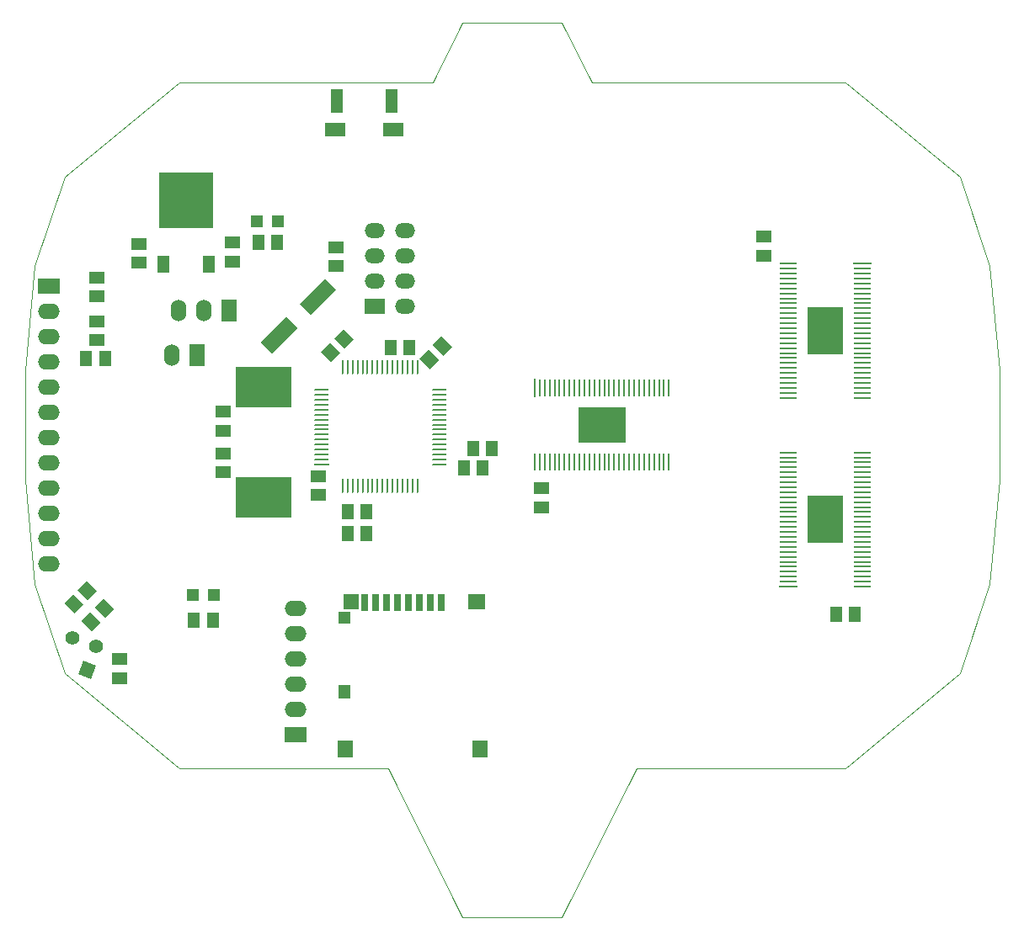
<source format=gbs>
G04 #@! TF.FileFunction,Soldermask,Bot*
%FSLAX46Y46*%
G04 Gerber Fmt 4.6, Leading zero omitted, Abs format (unit mm)*
G04 Created by KiCad (PCBNEW (after 2015-mar-04 BZR unknown)-product) date Wed May  6 18:15:44 2015*
%MOMM*%
G01*
G04 APERTURE LIST*
%ADD10C,0.100000*%
%ADD11C,1.397000*%
%ADD12R,2.199640X1.524000*%
%ADD13O,2.199640X1.524000*%
%ADD14R,1.825000X0.250000*%
%ADD15O,1.825000X0.250000*%
%ADD16R,3.610000X4.700000*%
%ADD17R,1.524000X0.248920*%
%ADD18O,1.524000X0.248920*%
%ADD19O,0.248920X1.524000*%
%ADD20R,0.800100X1.678940*%
%ADD21R,1.600200X1.501140*%
%ADD22R,1.699260X1.501140*%
%ADD23R,1.501140X1.699260*%
%ADD24R,1.290320X1.300480*%
%ADD25R,1.290320X1.399540*%
%ADD26R,1.300480X1.498600*%
%ADD27R,0.250000X1.825000*%
%ADD28O,0.250000X1.825000*%
%ADD29R,4.700000X3.610000*%
%ADD30R,1.498600X1.300480*%
%ADD31R,1.198880X1.198880*%
%ADD32R,1.524000X2.199640*%
%ADD33O,1.524000X2.199640*%
%ADD34R,1.998980X1.524000*%
%ADD35O,1.998980X1.524000*%
%ADD36R,1.998980X1.399540*%
%ADD37R,1.300480X2.451100*%
%ADD38R,1.300480X1.699260*%
%ADD39R,5.499100X5.699760*%
%ADD40R,5.600700X4.099560*%
G04 APERTURE END LIST*
D10*
X87500000Y-134500000D02*
X66500000Y-134500000D01*
X112500000Y-134500000D02*
X133500000Y-134500000D01*
X105000000Y-149500000D02*
X112500000Y-134500000D01*
X95000000Y-149500000D02*
X105000000Y-149500000D01*
X87500000Y-134500000D02*
X95000000Y-149500000D01*
X108000000Y-65500000D02*
X133500000Y-65500000D01*
X92000000Y-65500000D02*
X66500000Y-65500000D01*
X105000000Y-59500000D02*
X108000000Y-65500000D01*
X95000000Y-59500000D02*
X105000000Y-59500000D01*
X92000000Y-65500000D02*
X95000000Y-59500000D01*
X51000000Y-105500000D02*
X52000000Y-116000000D01*
X51000000Y-94500000D02*
X51000000Y-105500000D01*
X52000000Y-84000000D02*
X51000000Y-94500000D01*
X148000000Y-116000000D02*
X149000000Y-105500000D01*
X149000000Y-105500000D02*
X149000000Y-94500000D01*
X145000000Y-125000000D02*
X148000000Y-116000000D01*
X133500000Y-134500000D02*
X145000000Y-125000000D01*
X55000000Y-125000000D02*
X66500000Y-134500000D01*
X52000000Y-116000000D02*
X55000000Y-125000000D01*
X55000000Y-75000000D02*
X52000000Y-84000000D01*
X66500000Y-65500000D02*
X55000000Y-75000000D01*
X145000000Y-75000000D02*
X133500000Y-65500000D01*
X148000000Y-84000000D02*
X145000000Y-75000000D01*
X149000000Y-94500000D02*
X148000000Y-84000000D01*
G36*
X56841570Y-123732499D02*
X58154320Y-124210301D01*
X57676518Y-125523051D01*
X56363768Y-125045249D01*
X56841570Y-123732499D01*
X56841570Y-123732499D01*
G37*
D11*
X58127775Y-122240956D03*
X55740956Y-121372225D03*
D12*
X53400000Y-86030000D03*
D13*
X53400000Y-88570000D03*
X53400000Y-91110000D03*
X53400000Y-93650000D03*
X53400000Y-96190000D03*
X53400000Y-98730000D03*
X53400000Y-101270000D03*
X53400000Y-103810000D03*
X53400000Y-106350000D03*
X53400000Y-108890000D03*
X53400000Y-111430000D03*
X53400000Y-113970000D03*
D14*
X135237500Y-83750000D03*
D15*
X135237500Y-84250000D03*
X135237500Y-84750000D03*
X135237500Y-85250000D03*
X135237500Y-85750000D03*
X135237500Y-86250000D03*
X135237500Y-86750000D03*
X135237500Y-87250000D03*
X135237500Y-87750000D03*
X135237500Y-88250000D03*
X135237500Y-88750000D03*
X135237500Y-89250000D03*
X135237500Y-89750000D03*
X135237500Y-90250000D03*
X135237500Y-90750000D03*
X135237500Y-91250000D03*
X135237500Y-91750000D03*
X135237500Y-92250000D03*
X135237500Y-92750000D03*
X135237500Y-93250000D03*
X135237500Y-93750000D03*
X135237500Y-94250000D03*
X135237500Y-94750000D03*
X135237500Y-95250000D03*
X135237500Y-95750000D03*
X135237500Y-96250000D03*
X135237500Y-96750000D03*
X135237500Y-97250000D03*
X127762500Y-97250000D03*
X127762500Y-96750000D03*
X127762500Y-96250000D03*
X127762500Y-95750000D03*
X127762500Y-95250000D03*
X127762500Y-94750000D03*
X127762500Y-94250000D03*
X127762500Y-93750000D03*
X127762500Y-93250000D03*
X127762500Y-92750000D03*
X127762500Y-92250000D03*
X127762500Y-91750000D03*
X127762500Y-91250000D03*
X127762500Y-90750000D03*
X127762500Y-90250000D03*
X127762500Y-89750000D03*
X127762500Y-89250000D03*
X127762500Y-88750000D03*
X127762500Y-88250000D03*
X127762500Y-87750000D03*
X127762500Y-87250000D03*
X127762500Y-86750000D03*
X127762500Y-86250000D03*
X127762500Y-85750000D03*
X127762500Y-85250000D03*
X127762500Y-84750000D03*
X127762500Y-84250000D03*
X127762500Y-83750000D03*
D16*
X131500000Y-90500000D03*
D17*
X80830060Y-103949040D03*
D18*
X80830060Y-103448660D03*
X80830060Y-102948280D03*
X80830060Y-102447900D03*
X80830060Y-101947520D03*
X80830060Y-101449680D03*
X80830060Y-100949300D03*
X80830060Y-100448920D03*
X80830060Y-99948540D03*
X80830060Y-99448160D03*
X80830060Y-98947780D03*
X80830060Y-98449940D03*
X80830060Y-97949560D03*
X80830060Y-97449180D03*
X80830060Y-96948800D03*
X80830060Y-96448420D03*
D19*
X82950960Y-94167500D03*
X83451340Y-94167500D03*
X83951720Y-94167500D03*
X84452100Y-94167500D03*
X84952480Y-94167500D03*
X85450320Y-94167500D03*
X85950700Y-94167500D03*
X86451080Y-94167500D03*
X86951460Y-94167500D03*
X87451840Y-94167500D03*
X87952220Y-94167500D03*
X88450060Y-94167500D03*
X88950440Y-94167500D03*
X89450820Y-94167500D03*
X89951200Y-94167500D03*
X90451580Y-94167500D03*
D18*
X92732500Y-96448420D03*
X92732500Y-96948800D03*
X92732500Y-97449180D03*
X92732500Y-97949560D03*
X92732500Y-98449940D03*
X92732500Y-98947780D03*
X92732500Y-99448160D03*
X92732500Y-99948540D03*
X92732500Y-100448920D03*
X92732500Y-100949300D03*
X92732500Y-101449680D03*
X92732500Y-101947520D03*
X92732500Y-102447900D03*
X92732500Y-102948280D03*
X92732500Y-103448660D03*
X92732500Y-103949040D03*
D19*
X90451580Y-106069940D03*
X89951200Y-106069940D03*
X88950440Y-106069940D03*
X89450820Y-106087720D03*
X88450060Y-106069940D03*
X87952220Y-106069940D03*
X87451840Y-106069940D03*
X86951460Y-106069940D03*
X86451080Y-106069940D03*
X85950700Y-106069940D03*
X85457940Y-106069940D03*
X84957560Y-106069940D03*
X84457180Y-106069940D03*
X83956800Y-106069940D03*
X83458960Y-106069940D03*
X82958580Y-106069940D03*
D20*
X92900680Y-117839740D03*
X91800860Y-117839740D03*
X90701040Y-117839740D03*
X89601220Y-117839740D03*
X88498860Y-117839740D03*
X87399040Y-117839740D03*
X86299220Y-117839740D03*
X85199400Y-117839740D03*
D21*
X83789700Y-117750840D03*
D22*
X96449060Y-117750840D03*
D23*
X83251220Y-132599680D03*
X96748780Y-132599680D03*
D24*
X83144540Y-119399300D03*
D25*
X83144540Y-126800860D03*
D26*
X96047500Y-102400000D03*
X97952500Y-102400000D03*
D14*
X127762500Y-116250000D03*
D15*
X127762500Y-115750000D03*
X127762500Y-115250000D03*
X127762500Y-114750000D03*
X127762500Y-114250000D03*
X127762500Y-113750000D03*
X127762500Y-113250000D03*
X127762500Y-112750000D03*
X127762500Y-112250000D03*
X127762500Y-111750000D03*
X127762500Y-111250000D03*
X127762500Y-110750000D03*
X127762500Y-110250000D03*
X127762500Y-109750000D03*
X127762500Y-109250000D03*
X127762500Y-108750000D03*
X127762500Y-108250000D03*
X127762500Y-107750000D03*
X127762500Y-107250000D03*
X127762500Y-106750000D03*
X127762500Y-106250000D03*
X127762500Y-105750000D03*
X127762500Y-105250000D03*
X127762500Y-104750000D03*
X127762500Y-104250000D03*
X127762500Y-103750000D03*
X127762500Y-103250000D03*
X127762500Y-102750000D03*
X135237500Y-102750000D03*
X135237500Y-103250000D03*
X135237500Y-103750000D03*
X135237500Y-104250000D03*
X135237500Y-104750000D03*
X135237500Y-105250000D03*
X135237500Y-105750000D03*
X135237500Y-106250000D03*
X135237500Y-106750000D03*
X135237500Y-107250000D03*
X135237500Y-107750000D03*
X135237500Y-108250000D03*
X135237500Y-108750000D03*
X135237500Y-109250000D03*
X135237500Y-109750000D03*
X135237500Y-110250000D03*
X135237500Y-110750000D03*
X135237500Y-111250000D03*
X135237500Y-111750000D03*
X135237500Y-112250000D03*
X135237500Y-112750000D03*
X135237500Y-113250000D03*
X135237500Y-113750000D03*
X135237500Y-114250000D03*
X135237500Y-114750000D03*
X135237500Y-115250000D03*
X135237500Y-115750000D03*
X135237500Y-116250000D03*
D16*
X131500000Y-109500000D03*
D27*
X102250000Y-96262500D03*
D28*
X102750000Y-96262500D03*
X103250000Y-96262500D03*
X103750000Y-96262500D03*
X104250000Y-96262500D03*
X104750000Y-96262500D03*
X105250000Y-96262500D03*
X105750000Y-96262500D03*
X106250000Y-96262500D03*
X106750000Y-96262500D03*
X107250000Y-96262500D03*
X107750000Y-96262500D03*
X108250000Y-96262500D03*
X108750000Y-96262500D03*
X109250000Y-96262500D03*
X109750000Y-96262500D03*
X110250000Y-96262500D03*
X110750000Y-96262500D03*
X111250000Y-96262500D03*
X111750000Y-96262500D03*
X112250000Y-96262500D03*
X112750000Y-96262500D03*
X113250000Y-96262500D03*
X113750000Y-96262500D03*
X114250000Y-96262500D03*
X114750000Y-96262500D03*
X115250000Y-96262500D03*
X115750000Y-96262500D03*
X115750000Y-103737500D03*
X115250000Y-103737500D03*
X114750000Y-103737500D03*
X114250000Y-103737500D03*
X113750000Y-103737500D03*
X113250000Y-103737500D03*
X112750000Y-103737500D03*
X112250000Y-103737500D03*
X111750000Y-103737500D03*
X111250000Y-103737500D03*
X110750000Y-103737500D03*
X110250000Y-103737500D03*
X109750000Y-103737500D03*
X109250000Y-103737500D03*
X108750000Y-103737500D03*
X108250000Y-103737500D03*
X107750000Y-103737500D03*
X107250000Y-103737500D03*
X106750000Y-103737500D03*
X106250000Y-103737500D03*
X105750000Y-103737500D03*
X105250000Y-103737500D03*
X104750000Y-103737500D03*
X104250000Y-103737500D03*
X103750000Y-103737500D03*
X103250000Y-103737500D03*
X102750000Y-103737500D03*
X102250000Y-103737500D03*
D29*
X109000000Y-100000000D03*
D30*
X125300000Y-82952500D03*
X125300000Y-81047500D03*
X102900000Y-106347500D03*
X102900000Y-108252500D03*
D26*
X134452500Y-119000000D03*
X132547500Y-119000000D03*
D30*
X60500000Y-125452500D03*
X60500000Y-123547500D03*
D26*
X85352500Y-108700000D03*
X83447500Y-108700000D03*
X97052500Y-104300000D03*
X95147500Y-104300000D03*
D10*
G36*
X81656435Y-91683895D02*
X82716105Y-92743565D01*
X81796527Y-93663143D01*
X80736857Y-92603473D01*
X81656435Y-91683895D01*
X81656435Y-91683895D01*
G37*
G36*
X83003473Y-90336857D02*
X84063143Y-91396527D01*
X83143565Y-92316105D01*
X82083895Y-91256435D01*
X83003473Y-90336857D01*
X83003473Y-90336857D01*
G37*
G36*
X93043565Y-93016105D02*
X91983895Y-91956435D01*
X92903473Y-91036857D01*
X93963143Y-92096527D01*
X93043565Y-93016105D01*
X93043565Y-93016105D01*
G37*
G36*
X91696527Y-94363143D02*
X90636857Y-93303473D01*
X91556435Y-92383895D01*
X92616105Y-93443565D01*
X91696527Y-94363143D01*
X91696527Y-94363143D01*
G37*
D30*
X80500000Y-107052500D03*
X80500000Y-105147500D03*
D26*
X85352500Y-110900000D03*
X83447500Y-110900000D03*
X89652500Y-92200000D03*
X87747500Y-92200000D03*
D30*
X62500000Y-83652500D03*
X62500000Y-81747500D03*
X71900000Y-83552500D03*
X71900000Y-81647500D03*
X70900000Y-104752500D03*
X70900000Y-102847500D03*
X70900000Y-98647500D03*
X70900000Y-100552500D03*
D10*
G36*
X77261623Y-89106865D02*
X78393135Y-90238377D01*
X75848131Y-92783381D01*
X74716619Y-91651869D01*
X77261623Y-89106865D01*
X77261623Y-89106865D01*
G37*
G36*
X81151869Y-85216619D02*
X82283381Y-86348131D01*
X79738377Y-88893135D01*
X78606865Y-87761623D01*
X81151869Y-85216619D01*
X81151869Y-85216619D01*
G37*
D31*
X74350980Y-79500000D03*
X76449020Y-79500000D03*
X67900980Y-117100000D03*
X69999020Y-117100000D03*
D32*
X71540000Y-88500000D03*
D33*
X69000000Y-88500000D03*
X66460000Y-88500000D03*
D34*
X86181080Y-88010000D03*
D35*
X89218920Y-88010000D03*
X86181080Y-85470000D03*
X89218920Y-85470000D03*
X86181080Y-82930000D03*
X89218920Y-82930000D03*
X86181080Y-80390000D03*
X89218920Y-80390000D03*
D12*
X78200000Y-131150000D03*
D13*
X78200000Y-128610000D03*
X78200000Y-126070000D03*
X78200000Y-123530000D03*
X78200000Y-120990000D03*
X78200000Y-118450000D03*
D32*
X68270000Y-93000000D03*
D33*
X65730000Y-93000000D03*
D36*
X88000680Y-70230220D03*
X82199320Y-70230220D03*
D37*
X87825420Y-67349860D03*
X82374580Y-67349860D03*
D30*
X58200000Y-85147500D03*
X58200000Y-87052500D03*
X58200000Y-89547500D03*
X58200000Y-91452500D03*
X82300000Y-84002500D03*
X82300000Y-82097500D03*
D26*
X76352500Y-81600000D03*
X74447500Y-81600000D03*
X69902500Y-119600000D03*
X67997500Y-119600000D03*
D38*
X69486000Y-83820720D03*
X64914000Y-83820720D03*
D39*
X67200000Y-77379280D03*
D40*
X75000000Y-96150100D03*
X75000000Y-107249900D03*
D26*
X59052500Y-93300000D03*
X57147500Y-93300000D03*
D10*
G36*
X57343565Y-117616105D02*
X56283895Y-116556435D01*
X57203473Y-115636857D01*
X58263143Y-116696527D01*
X57343565Y-117616105D01*
X57343565Y-117616105D01*
G37*
G36*
X55996527Y-118963143D02*
X54936857Y-117903473D01*
X55856435Y-116983895D01*
X56916105Y-118043565D01*
X55996527Y-118963143D01*
X55996527Y-118963143D01*
G37*
G36*
X59043565Y-119416105D02*
X57983895Y-118356435D01*
X58903473Y-117436857D01*
X59963143Y-118496527D01*
X59043565Y-119416105D01*
X59043565Y-119416105D01*
G37*
G36*
X57696527Y-120763143D02*
X56636857Y-119703473D01*
X57556435Y-118783895D01*
X58616105Y-119843565D01*
X57696527Y-120763143D01*
X57696527Y-120763143D01*
G37*
M02*

</source>
